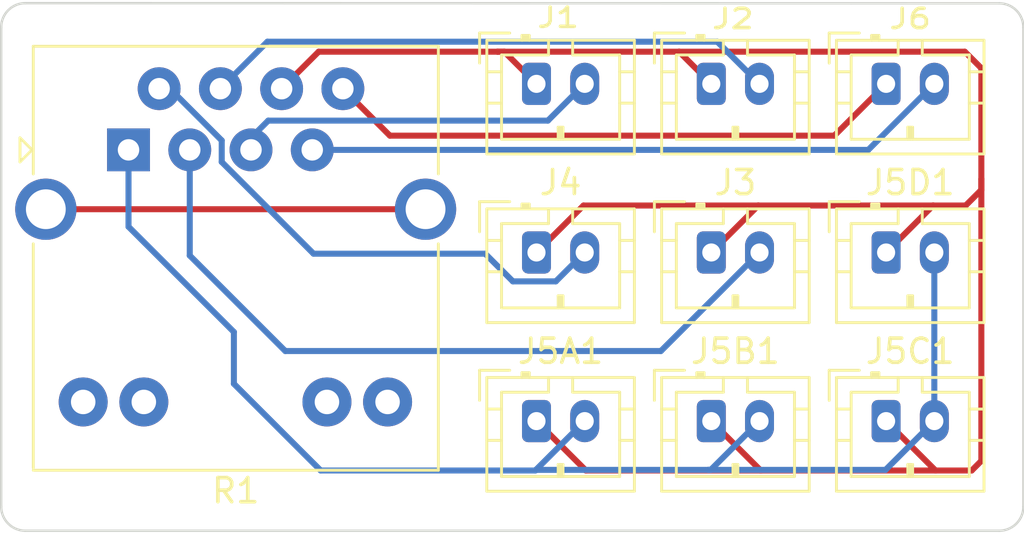
<source format=kicad_pcb>
(kicad_pcb (version 20211014) (generator pcbnew)
  (layers (0 "F.Cu" signal) (31 "B.Cu" signal) (34 "B.Paste" user) (35 "F.Paste" user) (36 "B.SilkS" user "B.Silkscreen") (37 "F.SilkS" user "F.Silkscreen") (38 "B.Mask" user) (39 "F.Mask" user) (44 "Edge.Cuts" user))
  (net 0 "")
  (net 1 "Net-(J5A1-Pad1)")
  (net 2 "Net-(J2-Pad2)")
  (net 3 "Net-(J3-Pad2)")
  (net 4 "Net-(J4-Pad2)")
  (net 5 "Net-(J5A1-Pad2)")
  (net 6 "Net-(J6-Pad1)")
  (net 7 "Net-(J6-Pad2)")
  (net 12 "unconnected-(R1-PadSH)")
  (net 13 "Net-(J1-Pad2)")
  (footprint "Connector_JST:JST_PH_B2B-PH-K_1x02_P2.00mm_Vertical" (layer "F.Cu") (at 90.9 44.15)
    (fp_text reference "J5D1" (at 1 -2.9) (layer "F.SilkS"))
    (fp_text value "Conn_01x02")
    (fp_line (start -0.3 -2.01) (end -0.6 -2.01) (layer "F.SilkS") (width 0.12))
    (fp_line (start 0.5 -1.2) (end -1.45 -1.2) (layer "F.SilkS") (width 0.12))
    (fp_line (start 4.06 -0.5) (end 3.45 -0.5) (layer "F.SilkS") (width 0.12))
    (fp_line (start -2.06 -0.5) (end -1.45 -0.5) (layer "F.SilkS") (width 0.12))
    (fp_line (start 4.06 0.8) (end 3.45 0.8) (layer "F.SilkS") (width 0.12))
    (fp_line (start -2.06 0.8) (end -1.45 0.8) (layer "F.SilkS") (width 0.12))
    (fp_line (start 3.45 2.3) (end 3.45 -1.2) (layer "F.SilkS") (width 0.12))
    (fp_line (start -2.36 -2.11) (end -2.36 -0.86) (layer "F.SilkS") (width 0.12))
    (fp_line (start -2.06 -1.81) (end -2.06 2.91) (layer "F.SilkS") (width 0.12))
    (fp_line (start -0.3 -1.91) (end -0.6 -1.91) (layer "F.SilkS") (width 0.12))
    (fp_line (start 0.9 1.8) (end 1.1 1.8) (layer "F.SilkS") (width 0.12))
    (fp_line (start 3.45 -1.2) (end 1.5 -1.2) (layer "F.SilkS") (width 0.12))
    (fp_line (start 4.06 2.91) (end 4.06 -1.81) (layer "F.SilkS") (width 0.12))
    (fp_line (start 1.5 -1.2) (end 1.5 -1.81) (layer "F.SilkS") (width 0.12))
    (fp_line (start 0.5 -1.81) (end 0.5 -1.2) (layer "F.SilkS") (width 0.12))
    (fp_line (start -2.06 2.91) (end 4.06 2.91) (layer "F.SilkS") (width 0.12))
    (fp_line (start 1.1 1.8) (end 1.1 2.3) (layer "F.SilkS") (width 0.12))
    (fp_line (start 0.9 2.3) (end 0.9 1.8) (layer "F.SilkS") (width 0.12))
    (fp_line (start -1.45 -1.2) (end -1.45 2.3) (layer "F.SilkS") (width 0.12))
    (fp_line (start -1.11 -2.11) (end -2.36 -2.11) (layer "F.SilkS") (width 0.12))
    (fp_line (start -0.6 -2.01) (end -0.6 -1.81) (layer "F.SilkS") (width 0.12))
    (fp_line (start 1 2.3) (end 1 1.8) (layer "F.SilkS") (width 0.12))
    (fp_line (start -0.3 -1.81) (end -0.3 -2.01) (layer "F.SilkS") (width 0.12))
    (fp_line (start -1.45 2.3) (end 3.45 2.3) (layer "F.SilkS") (width 0.12))
    (fp_line (start 4.06 -1.81) (end -2.06 -1.81) (layer "F.SilkS") (width 0.12))
    (pad "1" thru_hole roundrect (at 0 0) (size 1.2 1.75) (drill 0.75) (layers *.Cu *.Mask) (roundrect_rratio 0.208333) (net 1 "Net-(J5A1-Pad1)"))
    (pad "2" thru_hole oval (at 2 0) (size 1.2 1.75) (drill 0.75) (layers *.Cu *.Mask) (net 5 "Net-(J5A1-Pad2)"))
  )
  (footprint "Connector_JST:JST_PH_B2B-PH-K_1x02_P2.00mm_Vertical" (layer "F.Cu") (at 76.4 37.15)
    (fp_text reference "J1" (at 0.9 -2.75) (layer "F.SilkS") (effects (font (size 0.8 1))))
    (fp_text value "Conn_01x02")
    (fp_line (start -0.3 -1.91) (end -0.6 -1.91) (layer "F.SilkS") (width 0.12))
    (fp_line (start -2.06 -0.5) (end -1.45 -0.5) (layer "F.SilkS") (width 0.12))
    (fp_line (start -1.11 -2.11) (end -2.36 -2.11) (layer "F.SilkS") (width 0.12))
    (fp_line (start 3.45 2.3) (end 3.45 -1.2) (layer "F.SilkS") (width 0.12))
    (fp_line (start 0.5 -1.81) (end 0.5 -1.2) (layer "F.SilkS") (width 0.12))
    (fp_line (start -2.06 2.91) (end 4.06 2.91) (layer "F.SilkS") (width 0.12))
    (fp_line (start -1.45 -1.2) (end -1.45 2.3) (layer "F.SilkS") (width 0.12))
    (fp_line (start 4.06 -1.81) (end -2.06 -1.81) (layer "F.SilkS") (width 0.12))
    (fp_line (start 0.9 1.8) (end 1.1 1.8) (layer "F.SilkS") (width 0.12))
    (fp_line (start -1.45 2.3) (end 3.45 2.3) (layer "F.SilkS") (width 0.12))
    (fp_line (start 0.9 2.3) (end 0.9 1.8) (layer "F.SilkS") (width 0.12))
    (fp_line (start -2.36 -2.11) (end -2.36 -0.86) (layer "F.SilkS") (width 0.12))
    (fp_line (start 1 2.3) (end 1 1.8) (layer "F.SilkS") (width 0.12))
    (fp_line (start 3.45 -1.2) (end 1.5 -1.2) (layer "F.SilkS") (width 0.12))
    (fp_line (start -0.6 -2.01) (end -0.6 -1.81) (layer "F.SilkS") (width 0.12))
    (fp_line (start 1.5 -1.2) (end 1.5 -1.81) (layer "F.SilkS") (width 0.12))
    (fp_line (start 4.06 2.91) (end 4.06 -1.81) (layer "F.SilkS") (width 0.12))
    (fp_line (start -0.3 -1.81) (end -0.3 -2.01) (layer "F.SilkS") (width 0.12))
    (fp_line (start 1.1 1.8) (end 1.1 2.3) (layer "F.SilkS") (width 0.12))
    (fp_line (start 4.06 -0.5) (end 3.45 -0.5) (layer "F.SilkS") (width 0.12))
    (fp_line (start -2.06 0.8) (end -1.45 0.8) (layer "F.SilkS") (width 0.12))
    (fp_line (start 0.5 -1.2) (end -1.45 -1.2) (layer "F.SilkS") (width 0.12))
    (fp_line (start -0.3 -2.01) (end -0.6 -2.01) (layer "F.SilkS") (width 0.12))
    (fp_line (start -2.06 -1.81) (end -2.06 2.91) (layer "F.SilkS") (width 0.12))
    (fp_line (start 4.06 0.8) (end 3.45 0.8) (layer "F.SilkS") (width 0.12))
    (pad "1" thru_hole roundrect (at 0 0) (size 1.2 1.75) (drill 0.75) (layers *.Cu *.Mask) (roundrect_rratio 0.208333) (net 1 "Net-(J5A1-Pad1)"))
    (pad "2" thru_hole oval (at 2 0) (size 1.2 1.75) (drill 0.75) (layers *.Cu *.Mask) (net 13 "Net-(J1-Pad2)"))
  )
  (footprint "Connector_JST:JST_PH_B2B-PH-K_1x02_P2.00mm_Vertical" (layer "F.Cu") (at 76.4 51.15)
    (fp_text reference "J5A1" (at 1 -2.9) (layer "F.SilkS"))
    (fp_text value "Conn_01x02")
    (fp_line (start -1.11 -2.11) (end -2.36 -2.11) (layer "F.SilkS") (width 0.12))
    (fp_line (start 0.5 -1.81) (end 0.5 -1.2) (layer "F.SilkS") (width 0.12))
    (fp_line (start -2.06 2.91) (end 4.06 2.91) (layer "F.SilkS") (width 0.12))
    (fp_line (start 1 2.3) (end 1 1.8) (layer "F.SilkS") (width 0.12))
    (fp_line (start 1.1 1.8) (end 1.1 2.3) (layer "F.SilkS") (width 0.12))
    (fp_line (start -2.06 -1.81) (end -2.06 2.91) (layer "F.SilkS") (width 0.12))
    (fp_line (start -2.36 -2.11) (end -2.36 -0.86) (layer "F.SilkS") (width 0.12))
    (fp_line (start -0.3 -1.91) (end -0.6 -1.91) (layer "F.SilkS") (width 0.12))
    (fp_line (start 4.06 -0.5) (end 3.45 -0.5) (layer "F.SilkS") (width 0.12))
    (fp_line (start 4.06 -1.81) (end -2.06 -1.81) (layer "F.SilkS") (width 0.12))
    (fp_line (start -2.06 -0.5) (end -1.45 -0.5) (layer "F.SilkS") (width 0.12))
    (fp_line (start 3.45 2.3) (end 3.45 -1.2) (layer "F.SilkS") (width 0.12))
    (fp_line (start 0.9 1.8) (end 1.1 1.8) (layer "F.SilkS") (width 0.12))
    (fp_line (start 4.06 2.91) (end 4.06 -1.81) (layer "F.SilkS") (width 0.12))
    (fp_line (start 0.9 2.3) (end 0.9 1.8) (layer "F.SilkS") (width 0.12))
    (fp_line (start 1.5 -1.2) (end 1.5 -1.81) (layer "F.SilkS") (width 0.12))
    (fp_line (start -1.45 -1.2) (end -1.45 2.3) (layer "F.SilkS") (width 0.12))
    (fp_line (start 4.06 0.8) (end 3.45 0.8) (layer "F.SilkS") (width 0.12))
    (fp_line (start -2.06 0.8) (end -1.45 0.8) (layer "F.SilkS") (width 0.12))
    (fp_line (start -0.3 -1.81) (end -0.3 -2.01) (layer "F.SilkS") (width 0.12))
    (fp_line (start -0.3 -2.01) (end -0.6 -2.01) (layer "F.SilkS") (width 0.12))
    (fp_line (start -1.45 2.3) (end 3.45 2.3) (layer "F.SilkS") (width 0.12))
    (fp_line (start 0.5 -1.2) (end -1.45 -1.2) (layer "F.SilkS") (width 0.12))
    (fp_line (start -0.6 -2.01) (end -0.6 -1.81) (layer "F.SilkS") (width 0.12))
    (fp_line (start 3.45 -1.2) (end 1.5 -1.2) (layer "F.SilkS") (width 0.12))
    (pad "1" thru_hole roundrect (at 0 0) (size 1.2 1.75) (drill 0.75) (layers *.Cu *.Mask) (roundrect_rratio 0.208333) (net 1 "Net-(J5A1-Pad1)"))
    (pad "2" thru_hole oval (at 2 0) (size 1.2 1.75) (drill 0.75) (layers *.Cu *.Mask) (net 5 "Net-(J5A1-Pad2)"))
  )
  (footprint "Connector_RJ:RJ45_BEL_SS74301-00x_Vertical" (layer "F.Cu") (at 59.48 39.89)
    (fp_text reference "R1" (at 4.445 14.15) (layer "F.SilkS"))
    (fp_text value "RJ45")
    (fp_line (start -3.95 -4.3) (end -3.95 1) (layer "F.SilkS") (width 0.12))
    (fp_line (start -4.5 -0.5) (end -4.5 0.5) (layer "F.SilkS") (width 0.12))
    (fp_line (start -3.95 13.3) (end 12.85 13.3) (layer "F.SilkS") (width 0.12))
    (fp_line (start 12.85 -4.3) (end 12.85 1) (layer "F.SilkS") (width 0.12))
    (fp_line (start 12.85 13.3) (end 12.85 3.9) (layer "F.SilkS") (width 0.12))
    (fp_line (start -3.95 -4.3) (end 12.85 -4.3) (layer "F.SilkS") (width 0.12))
    (fp_line (start -4 0) (end -4.5 -0.5) (layer "F.SilkS") (width 0.12))
    (fp_line (start -4.5 0.5) (end -4 0) (layer "F.SilkS") (width 0.12))
    (fp_line (start -3.95 13.2) (end -3.95 3.9) (layer "F.SilkS") (width 0.12))
    (pad "" np_thru_hole circle (at -1.27 6.35) (size 3.2512 3.2512) (drill 3.2512) (layers *.Cu *.Mask))
    (pad "" np_thru_hole circle (at 10.16 6.35) (size 3.2512 3.2512) (drill 3.2512) (layers *.Cu *.Mask))
    (pad "1" thru_hole rect (at 0 0) (size 1.778 1.778) (drill 0.889) (layers *.Cu *.Mask) (net 5 "Net-(J5A1-Pad2)"))
    (pad "2" thru_hole circle (at 1.27 -2.54) (size 1.778 1.778) (drill 0.889) (layers *.Cu *.Mask) (net 4 "Net-(J4-Pad2)"))
    (pad "3" thru_hole circle (at 2.54 0) (size 1.778 1.778) (drill 0.889) (layers *.Cu *.Mask) (net 3 "Net-(J3-Pad2)"))
    (pad "4" thru_hole circle (at 3.81 -2.54) (size 1.778 1.778) (drill 0.889) (layers *.Cu *.Mask) (net 2 "Net-(J2-Pad2)"))
    (pad "5" thru_hole circle (at 5.08 0) (size 1.778 1.778) (drill 0.889) (layers *.Cu *.Mask) (net 13 "Net-(J1-Pad2)"))
    (pad "6" thru_hole circle (at 6.35 -2.54) (size 1.778 1.778) (drill 0.889) (layers *.Cu *.Mask) (net 1 "Net-(J5A1-Pad1)"))
    (pad "7" thru_hole circle (at 7.62 0) (size 1.778 1.778) (drill 0.889) (layers *.Cu *.Mask) (net 7 "Net-(J6-Pad2)"))
    (pad "8" thru_hole circle (at 8.89 -2.54) (size 1.778 1.778) (drill 0.889) (layers *.Cu *.Mask) (net 6 "Net-(J6-Pad1)"))
    (pad "9" thru_hole circle (at 10.7442 10.4648) (size 2.032 2.032) (drill 1.016) (layers *.Cu *.Mask))
    (pad "10" thru_hole circle (at 8.2296 10.4648) (size 2.032 2.032) (drill 1.016) (layers *.Cu *.Mask))
    (pad "11" thru_hole circle (at 0.635 10.4648) (size 2.032 2.032) (drill 1.016) (layers *.Cu *.Mask))
    (pad "12" thru_hole circle (at -1.8796 10.4648) (size 2.032 2.032) (drill 1.016) (layers *.Cu *.Mask))
    (pad "SH" thru_hole circle (at -3.429 2.4638) (size 2.54 2.54) (drill 1.651) (layers *.Cu *.Mask) (net 12 "unconnected-(R1-PadSH)"))
    (pad "SH" thru_hole circle (at 12.319 2.4638) (size 2.54 2.54) (drill 1.651) (layers *.Cu *.Mask) (net 12 "unconnected-(R1-PadSH)"))
  )
  (footprint "Connector_JST:JST_PH_B2B-PH-K_1x02_P2.00mm_Vertical" (layer "F.Cu") (at 76.4 44.15)
    (fp_text reference "J4" (at 1 -2.9) (layer "F.SilkS"))
    (fp_text value "Conn_01x02")
    (fp_line (start -2.06 -1.81) (end -2.06 2.91) (layer "F.SilkS") (width 0.12))
    (fp_line (start -0.3 -1.81) (end -0.3 -2.01) (layer "F.SilkS") (width 0.12))
    (fp_line (start 0.9 2.3) (end 0.9 1.8) (layer "F.SilkS") (width 0.12))
    (fp_line (start -0.3 -2.01) (end -0.6 -2.01) (layer "F.SilkS") (width 0.12))
    (fp_line (start 3.45 2.3) (end 3.45 -1.2) (layer "F.SilkS") (width 0.12))
    (fp_line (start -2.06 -0.5) (end -1.45 -0.5) (layer "F.SilkS") (width 0.12))
    (fp_line (start 4.06 2.91) (end 4.06 -1.81) (layer "F.SilkS") (width 0.12))
    (fp_line (start -2.36 -2.11) (end -2.36 -0.86) (layer "F.SilkS") (width 0.12))
    (fp_line (start 1 2.3) (end 1 1.8) (layer "F.SilkS") (width 0.12))
    (fp_line (start 0.5 -1.2) (end -1.45 -1.2) (layer "F.SilkS") (width 0.12))
    (fp_line (start -1.45 2.3) (end 3.45 2.3) (layer "F.SilkS") (width 0.12))
    (fp_line (start -0.3 -1.91) (end -0.6 -1.91) (layer "F.SilkS") (width 0.12))
    (fp_line (start 1.1 1.8) (end 1.1 2.3) (layer "F.SilkS") (width 0.12))
    (fp_line (start -1.45 -1.2) (end -1.45 2.3) (layer "F.SilkS") (width 0.12))
    (fp_line (start 4.06 -1.81) (end -2.06 -1.81) (layer "F.SilkS") (width 0.12))
    (fp_line (start -1.11 -2.11) (end -2.36 -2.11) (layer "F.SilkS") (width 0.12))
    (fp_line (start 1.5 -1.2) (end 1.5 -1.81) (layer "F.SilkS") (width 0.12))
    (fp_line (start 0.5 -1.81) (end 0.5 -1.2) (layer "F.SilkS") (width 0.12))
    (fp_line (start 3.45 -1.2) (end 1.5 -1.2) (layer "F.SilkS") (width 0.12))
    (fp_line (start -2.06 0.8) (end -1.45 0.8) (layer "F.SilkS") (width 0.12))
    (fp_line (start 4.06 0.8) (end 3.45 0.8) (layer "F.SilkS") (width 0.12))
    (fp_line (start -2.06 2.91) (end 4.06 2.91) (layer "F.SilkS") (width 0.12))
    (fp_line (start 4.06 -0.5) (end 3.45 -0.5) (layer "F.SilkS") (width 0.12))
    (fp_line (start -0.6 -2.01) (end -0.6 -1.81) (layer "F.SilkS") (width 0.12))
    (fp_line (start 0.9 1.8) (end 1.1 1.8) (layer "F.SilkS") (width 0.12))
    (pad "1" thru_hole roundrect (at 0 0) (size 1.2 1.75) (drill 0.75) (layers *.Cu *.Mask) (roundrect_rratio 0.208333) (net 1 "Net-(J5A1-Pad1)"))
    (pad "2" thru_hole oval (at 2 0) (size 1.2 1.75) (drill 0.75) (layers *.Cu *.Mask) (net 4 "Net-(J4-Pad2)"))
  )
  (footprint "Connector_JST:JST_PH_B2B-PH-K_1x02_P2.00mm_Vertical" (layer "F.Cu") (at 90.9 37.15)
    (fp_text reference "J6" (at 1 -2.7) (layer "F.SilkS") (effects (font (size 0.8 1))))
    (fp_text value "Conn_01x02")
    (fp_line (start -1.45 2.3) (end 3.45 2.3) (layer "F.SilkS") (width 0.12))
    (fp_line (start -2.06 2.91) (end 4.06 2.91) (layer "F.SilkS") (width 0.12))
    (fp_line (start -2.36 -2.11) (end -2.36 -0.86) (layer "F.SilkS") (width 0.12))
    (fp_line (start -0.3 -1.81) (end -0.3 -2.01) (layer "F.SilkS") (width 0.12))
    (fp_line (start -2.06 -0.5) (end -1.45 -0.5) (layer "F.SilkS") (width 0.12))
    (fp_line (start 3.45 2.3) (end 3.45 -1.2) (layer "F.SilkS") (width 0.12))
    (fp_line (start -1.11 -2.11) (end -2.36 -2.11) (layer "F.SilkS") (width 0.12))
    (fp_line (start -0.6 -2.01) (end -0.6 -1.81) (layer "F.SilkS") (width 0.12))
    (fp_line (start 1.1 1.8) (end 1.1 2.3) (layer "F.SilkS") (width 0.12))
    (fp_line (start 1.5 -1.2) (end 1.5 -1.81) (layer "F.SilkS") (width 0.12))
    (fp_line (start 0.5 -1.81) (end 0.5 -1.2) (layer "F.SilkS") (width 0.12))
    (fp_line (start 4.06 -1.81) (end -2.06 -1.81) (layer "F.SilkS") (width 0.12))
    (fp_line (start 0.9 1.8) (end 1.1 1.8) (layer "F.SilkS") (width 0.12))
    (fp_line (start -0.3 -2.01) (end -0.6 -2.01) (layer "F.SilkS") (width 0.12))
    (fp_line (start 0.5 -1.2) (end -1.45 -1.2) (layer "F.SilkS") (width 0.12))
    (fp_line (start 0.9 2.3) (end 0.9 1.8) (layer "F.SilkS") (width 0.12))
    (fp_line (start -0.3 -1.91) (end -0.6 -1.91) (layer "F.SilkS") (width 0.12))
    (fp_line (start -2.06 0.8) (end -1.45 0.8) (layer "F.SilkS") (width 0.12))
    (fp_line (start 1 2.3) (end 1 1.8) (layer "F.SilkS") (width 0.12))
    (fp_line (start -1.45 -1.2) (end -1.45 2.3) (layer "F.SilkS") (width 0.12))
    (fp_line (start 3.45 -1.2) (end 1.5 -1.2) (layer "F.SilkS") (width 0.12))
    (fp_line (start -2.06 -1.81) (end -2.06 2.91) (layer "F.SilkS") (width 0.12))
    (fp_line (start 4.06 0.8) (end 3.45 0.8) (layer "F.SilkS") (width 0.12))
    (fp_line (start 4.06 -0.5) (end 3.45 -0.5) (layer "F.SilkS") (width 0.12))
    (fp_line (start 4.06 2.91) (end 4.06 -1.81) (layer "F.SilkS") (width 0.12))
    (pad "1" thru_hole roundrect (at 0 0) (size 1.2 1.75) (drill 0.75) (layers *.Cu *.Mask) (roundrect_rratio 0.208333) (net 6 "Net-(J6-Pad1)"))
    (pad "2" thru_hole oval (at 2 0) (size 1.2 1.75) (drill 0.75) (layers *.Cu *.Mask) (net 7 "Net-(J6-Pad2)"))
  )
  (footprint "Connector_JST:JST_PH_B2B-PH-K_1x02_P2.00mm_Vertical" (layer "F.Cu") (at 83.65 37.15)
    (fp_text reference "J2" (at 0.9 -2.7) (layer "F.SilkS") (effects (font (size 0.8 1))))
    (fp_text value "Conn_01x02")
    (fp_line (start 4.06 -1.81) (end -2.06 -1.81) (layer "F.SilkS") (width 0.12))
    (fp_line (start 1 2.3) (end 1 1.8) (layer "F.SilkS") (width 0.12))
    (fp_line (start -1.11 -2.11) (end -2.36 -2.11) (layer "F.SilkS") (width 0.12))
    (fp_line (start -2.06 2.91) (end 4.06 2.91) (layer "F.SilkS") (width 0.12))
    (fp_line (start 0.5 -1.81) (end 0.5 -1.2) (layer "F.SilkS") (width 0.12))
    (fp_line (start 3.45 2.3) (end 3.45 -1.2) (layer "F.SilkS") (width 0.12))
    (fp_line (start -2.06 0.8) (end -1.45 0.8) (layer "F.SilkS") (width 0.12))
    (fp_line (start 4.06 0.8) (end 3.45 0.8) (layer "F.SilkS") (width 0.12))
    (fp_line (start 0.9 1.8) (end 1.1 1.8) (layer "F.SilkS") (width 0.12))
    (fp_line (start -0.3 -2.01) (end -0.6 -2.01) (layer "F.SilkS") (width 0.12))
    (fp_line (start -2.06 -0.5) (end -1.45 -0.5) (layer "F.SilkS") (width 0.12))
    (fp_line (start 4.06 2.91) (end 4.06 -1.81) (layer "F.SilkS") (width 0.12))
    (fp_line (start -2.36 -2.11) (end -2.36 -0.86) (layer "F.SilkS") (width 0.12))
    (fp_line (start 4.06 -0.5) (end 3.45 -0.5) (layer "F.SilkS") (width 0.12))
    (fp_line (start -0.6 -2.01) (end -0.6 -1.81) (layer "F.SilkS") (width 0.12))
    (fp_line (start 0.9 2.3) (end 0.9 1.8) (layer "F.SilkS") (width 0.12))
    (fp_line (start -0.3 -1.81) (end -0.3 -2.01) (layer "F.SilkS") (width 0.12))
    (fp_line (start 1.5 -1.2) (end 1.5 -1.81) (layer "F.SilkS") (width 0.12))
    (fp_line (start 1.1 1.8) (end 1.1 2.3) (layer "F.SilkS") (width 0.12))
    (fp_line (start -0.3 -1.91) (end -0.6 -1.91) (layer "F.SilkS") (width 0.12))
    (fp_line (start -1.45 2.3) (end 3.45 2.3) (layer "F.SilkS") (width 0.12))
    (fp_line (start -2.06 -1.81) (end -2.06 2.91) (layer "F.SilkS") (width 0.12))
    (fp_line (start 3.45 -1.2) (end 1.5 -1.2) (layer "F.SilkS") (width 0.12))
    (fp_line (start -1.45 -1.2) (end -1.45 2.3) (layer "F.SilkS") (width 0.12))
    (fp_line (start 0.5 -1.2) (end -1.45 -1.2) (layer "F.SilkS") (width 0.12))
    (pad "1" thru_hole roundrect (at 0 0) (size 1.2 1.75) (drill 0.75) (layers *.Cu *.Mask) (roundrect_rratio 0.208333) (net 1 "Net-(J5A1-Pad1)"))
    (pad "2" thru_hole oval (at 2 0) (size 1.2 1.75) (drill 0.75) (layers *.Cu *.Mask) (net 2 "Net-(J2-Pad2)"))
  )
  (footprint "Connector_JST:JST_PH_B2B-PH-K_1x02_P2.00mm_Vertical" (layer "F.Cu") (at 83.65 44.15)
    (fp_text reference "J3" (at 1 -2.9) (layer "F.SilkS"))
    (fp_text value "Conn_01x02")
    (fp_line (start 3.45 2.3) (end 3.45 -1.2) (layer "F.SilkS") (width 0.12))
    (fp_line (start 3.45 -1.2) (end 1.5 -1.2) (layer "F.SilkS") (width 0.12))
    (fp_line (start -1.45 2.3) (end 3.45 2.3) (layer "F.SilkS") (width 0.12))
    (fp_line (start 0.5 -1.81) (end 0.5 -1.2) (layer "F.SilkS") (width 0.12))
    (fp_line (start -2.06 -0.5) (end -1.45 -0.5) (layer "F.SilkS") (width 0.12))
    (fp_line (start -0.3 -1.81) (end -0.3 -2.01) (layer "F.SilkS") (width 0.12))
    (fp_line (start 4.06 2.91) (end 4.06 -1.81) (layer "F.SilkS") (width 0.12))
    (fp_line (start -1.11 -2.11) (end -2.36 -2.11) (layer "F.SilkS") (width 0.12))
    (fp_line (start -0.3 -2.01) (end -0.6 -2.01) (layer "F.SilkS") (width 0.12))
    (fp_line (start 1.5 -1.2) (end 1.5 -1.81) (layer "F.SilkS") (width 0.12))
    (fp_line (start 1.1 1.8) (end 1.1 2.3) (layer "F.SilkS") (width 0.12))
    (fp_line (start -1.45 -1.2) (end -1.45 2.3) (layer "F.SilkS") (width 0.12))
    (fp_line (start 0.5 -1.2) (end -1.45 -1.2) (layer "F.SilkS") (width 0.12))
    (fp_line (start 1 2.3) (end 1 1.8) (layer "F.SilkS") (width 0.12))
    (fp_line (start 0.9 2.3) (end 0.9 1.8) (layer "F.SilkS") (width 0.12))
    (fp_line (start 4.06 0.8) (end 3.45 0.8) (layer "F.SilkS") (width 0.12))
    (fp_line (start -2.36 -2.11) (end -2.36 -0.86) (layer "F.SilkS") (width 0.12))
    (fp_line (start 4.06 -0.5) (end 3.45 -0.5) (layer "F.SilkS") (width 0.12))
    (fp_line (start -0.3 -1.91) (end -0.6 -1.91) (layer "F.SilkS") (width 0.12))
    (fp_line (start -2.06 2.91) (end 4.06 2.91) (layer "F.SilkS") (width 0.12))
    (fp_line (start -0.6 -2.01) (end -0.6 -1.81) (layer "F.SilkS") (width 0.12))
    (fp_line (start 0.9 1.8) (end 1.1 1.8) (layer "F.SilkS") (width 0.12))
    (fp_line (start 4.06 -1.81) (end -2.06 -1.81) (layer "F.SilkS") (width 0.12))
    (fp_line (start -2.06 -1.81) (end -2.06 2.91) (layer "F.SilkS") (width 0.12))
    (fp_line (start -2.06 0.8) (end -1.45 0.8) (layer "F.SilkS") (width 0.12))
    (pad "1" thru_hole roundrect (at 0 0) (size 1.2 1.75) (drill 0.75) (layers *.Cu *.Mask) (roundrect_rratio 0.208333) (net 1 "Net-(J5A1-Pad1)"))
    (pad "2" thru_hole oval (at 2 0) (size 1.2 1.75) (drill 0.75) (layers *.Cu *.Mask) (net 3 "Net-(J3-Pad2)"))
  )
  (footprint "Connector_JST:JST_PH_B2B-PH-K_1x02_P2.00mm_Vertical" (layer "F.Cu") (at 83.65 51.15)
    (fp_text reference "J5B1" (at 1 -2.9) (layer "F.SilkS"))
    (fp_text value "Conn_01x02")
    (fp_line (start 0.9 2.3) (end 0.9 1.8) (layer "F.SilkS") (width 0.12))
    (fp_line (start -2.36 -2.11) (end -2.36 -0.86) (layer "F.SilkS") (width 0.12))
    (fp_line (start -0.3 -1.81) (end -0.3 -2.01) (layer "F.SilkS") (width 0.12))
    (fp_line (start 3.45 2.3) (end 3.45 -1.2) (layer "F.SilkS") (width 0.12))
    (fp_line (start 3.45 -1.2) (end 1.5 -1.2) (layer "F.SilkS") (width 0.12))
    (fp_line (start 1.1 1.8) (end 1.1 2.3) (layer "F.SilkS") (width 0.12))
    (fp_line (start -1.45 -1.2) (end -1.45 2.3) (layer "F.SilkS") (width 0.12))
    (fp_line (start 0.5 -1.2) (end -1.45 -1.2) (layer "F.SilkS") (width 0.12))
    (fp_line (start -0.3 -1.91) (end -0.6 -1.91) (layer "F.SilkS") (width 0.12))
    (fp_line (start -0.3 -2.01) (end -0.6 -2.01) (layer "F.SilkS") (width 0.12))
    (fp_line (start -1.45 2.3) (end 3.45 2.3) (layer "F.SilkS") (width 0.12))
    (fp_line (start 4.06 2.91) (end 4.06 -1.81) (layer "F.SilkS") (width 0.12))
    (fp_line (start -1.11 -2.11) (end -2.36 -2.11) (layer "F.SilkS") (width 0.12))
    (fp_line (start -2.06 2.91) (end 4.06 2.91) (layer "F.SilkS") (width 0.12))
    (fp_line (start 4.06 -0.5) (end 3.45 -0.5) (layer "F.SilkS") (width 0.12))
    (fp_line (start -2.06 0.8) (end -1.45 0.8) (layer "F.SilkS") (width 0.12))
    (fp_line (start -2.06 -0.5) (end -1.45 -0.5) (layer "F.SilkS") (width 0.12))
    (fp_line (start 0.5 -1.81) (end 0.5 -1.2) (layer "F.SilkS") (width 0.12))
    (fp_line (start 4.06 -1.81) (end -2.06 -1.81) (layer "F.SilkS") (width 0.12))
    (fp_line (start 0.9 1.8) (end 1.1 1.8) (layer "F.SilkS") (width 0.12))
    (fp_line (start 1.5 -1.2) (end 1.5 -1.81) (layer "F.SilkS") (width 0.12))
    (fp_line (start -0.6 -2.01) (end -0.6 -1.81) (layer "F.SilkS") (width 0.12))
    (fp_line (start -2.06 -1.81) (end -2.06 2.91) (layer "F.SilkS") (width 0.12))
    (fp_line (start 1 2.3) (end 1 1.8) (layer "F.SilkS") (width 0.12))
    (fp_line (start 4.06 0.8) (end 3.45 0.8) (layer "F.SilkS") (width 0.12))
    (pad "1" thru_hole roundrect (at 0 0) (size 1.2 1.75) (drill 0.75) (layers *.Cu *.Mask) (roundrect_rratio 0.208333) (net 1 "Net-(J5A1-Pad1)"))
    (pad "2" thru_hole oval (at 2 0) (size 1.2 1.75) (drill 0.75) (layers *.Cu *.Mask) (net 5 "Net-(J5A1-Pad2)"))
  )
  (footprint "Connector_JST:JST_PH_B2B-PH-K_1x02_P2.00mm_Vertical" (layer "F.Cu") (at 90.9 51.15)
    (fp_text reference "J5C1" (at 1 -2.9) (layer "F.SilkS"))
    (fp_text value "Conn_01x02")
    (fp_line (start -0.3 -2.01) (end -0.6 -2.01) (layer "F.SilkS") (width 0.12))
    (fp_line (start -0.6 -2.01) (end -0.6 -1.81) (layer "F.SilkS") (width 0.12))
    (fp_line (start 1.5 -1.2) (end 1.5 -1.81) (layer "F.SilkS") (width 0.12))
    (fp_line (start -2.06 -1.81) (end -2.06 2.91) (layer "F.SilkS") (width 0.12))
    (fp_line (start 1.1 1.8) (end 1.1 2.3) (layer "F.SilkS") (width 0.12))
    (fp_line (start -1.45 -1.2) (end -1.45 2.3) (layer "F.SilkS") (width 0.12))
    (fp_line (start -2.36 -2.11) (end -2.36 -0.86) (layer "F.SilkS") (width 0.12))
    (fp_line (start 1 2.3) (end 1 1.8) (layer "F.SilkS") (width 0.12))
    (fp_line (start -2.06 0.8) (end -1.45 0.8) (layer "F.SilkS") (width 0.12))
    (fp_line (start 4.06 -0.5) (end 3.45 -0.5) (layer "F.SilkS") (width 0.12))
    (fp_line (start -2.06 -0.5) (end -1.45 -0.5) (layer "F.SilkS") (width 0.12))
    (fp_line (start -1.11 -2.11) (end -2.36 -2.11) (layer "F.SilkS") (width 0.12))
    (fp_line (start 4.06 0.8) (end 3.45 0.8) (layer "F.SilkS") (width 0.12))
    (fp_line (start -1.45 2.3) (end 3.45 2.3) (layer "F.SilkS") (width 0.12))
    (fp_line (start -0.3 -1.91) (end -0.6 -1.91) (layer "F.SilkS") (width 0.12))
    (fp_line (start -0.3 -1.81) (end -0.3 -2.01) (layer "F.SilkS") (width 0.12))
    (fp_line (start 3.45 2.3) (end 3.45 -1.2) (layer "F.SilkS") (width 0.12))
    (fp_line (start 0.5 -1.2) (end -1.45 -1.2) (layer "F.SilkS") (width 0.12))
    (fp_line (start 0.9 1.8) (end 1.1 1.8) (layer "F.SilkS") (width 0.12))
    (fp_line (start 4.06 -1.81) (end -2.06 -1.81) (layer "F.SilkS") (width 0.12))
    (fp_line (start 4.06 2.91) (end 4.06 -1.81) (layer "F.SilkS") (width 0.12))
    (fp_line (start 0.9 2.3) (end 0.9 1.8) (layer "F.SilkS") (width 0.12))
    (fp_line (start -2.06 2.91) (end 4.06 2.91) (layer "F.SilkS") (width 0.12))
    (fp_line (start 0.5 -1.81) (end 0.5 -1.2) (layer "F.SilkS") (width 0.12))
    (fp_line (start 3.45 -1.2) (end 1.5 -1.2) (layer "F.SilkS") (width 0.12))
    (pad "1" thru_hole roundrect (at 0 0) (size 1.2 1.75) (drill 0.75) (layers *.Cu *.Mask) (roundrect_rratio 0.208333) (net 1 "Net-(J5A1-Pad1)"))
    (pad "2" thru_hole oval (at 2 0) (size 1.2 1.75) (drill 0.75) (layers *.Cu *.Mask) (net 5 "Net-(J5A1-Pad2)"))
  )
  (gr_arc (start 55.2 55.7) (mid 54.492893 55.407107) (end 54.2 54.7) (layer "Edge.Cuts") (width 0.1))
  (gr_line (start 54.2 34.8) (end 54.2 54.7) (layer "Edge.Cuts") (width 0.1))
  (gr_line (start 95.592893 55.7) (end 55.2 55.7) (layer "Edge.Cuts") (width 0.1))
  (gr_line (start 95.592893 33.807107) (end 55.2 33.8) (layer "Edge.Cuts") (width 0.1))
  (gr_arc (start 54.2 34.8) (mid 54.492893 34.092893) (end 55.2 33.8) (layer "Edge.Cuts") (width 0.1))
  (gr_arc (start 95.592893 33.807107) (mid 96.3 34.1) (end 96.592893 34.807107) (layer "Edge.Cuts") (width 0.1))
  (gr_line (start 96.592893 54.7) (end 96.592893 34.807107) (layer "Edge.Cuts") (width 0.1))
  (gr_arc (start 96.592893 54.7) (mid 96.3 55.407107) (end 95.592893 55.7) (layer "Edge.Cuts") (width 0.1))
  (segment (start 94.85 41.1) (end 94.85 41.55) (width 0.25) (layer "F.Cu") (net 1))
  (segment (start 92.85 42.2) (end 85.6 42.2) (width 0.25) (layer "F.Cu") (net 1))
  (segment (start 67.364966 35.815034) (end 74.784966 35.815034) (width 0.25) (layer "F.Cu") (net 1))
  (segment (start 78.35 42.2) (end 76.4 44.15) (width 0.25) (layer "F.Cu") (net 1))
  (segment (start 92.95 53.2) (end 90.9 51.15) (width 0.25) (layer "F.Cu") (net 1))
  (segment (start 94.45 53.2) (end 92.95 53.2) (width 0.25) (layer "F.Cu") (net 1))
  (segment (start 94.85 36.5) (end 94.85 41.1) (width 0.25) (layer "F.Cu") (net 1))
  (segment (start 92.85 42.2) (end 90.9 44.15) (width 0.25) (layer "F.Cu") (net 1))
  (segment (start 78.45 53.2) (end 76.4 51.15) (width 0.25) (layer "F.Cu") (net 1))
  (segment (start 74.784966 35.815034) (end 82.315034 35.815034) (width 0.25) (layer "F.Cu") (net 1))
  (segment (start 74.784966 35.815034) (end 75.065034 35.815034) (width 0.25) (layer "F.Cu") (net 1))
  (segment (start 94.85 41.1) (end 94.85 52.8) (width 0.25) (layer "F.Cu") (net 1))
  (segment (start 85.6 42.2) (end 78.35 42.2) (width 0.25) (layer "F.Cu") (net 1))
  (segment (start 94.2 42.2) (end 92.85 42.2) (width 0.25) (layer "F.Cu") (net 1))
  (segment (start 65.83 37.35) (end 67.364966 35.815034) (width 0.25) (layer "F.Cu") (net 1))
  (segment (start 94.165034 35.815034) (end 94.85 36.5) (width 0.25) (layer "F.Cu") (net 1))
  (segment (start 85.7 53.2) (end 78.45 53.2) (width 0.25) (layer "F.Cu") (net 1))
  (segment (start 85.7 53.2) (end 83.65 51.15) (width 0.25) (layer "F.Cu") (net 1))
  (segment (start 75.065034 35.815034) (end 76.4 37.15) (width 0.25) (layer "F.Cu") (net 1))
  (segment (start 92.95 53.2) (end 85.7 53.2) (width 0.25) (layer "F.Cu") (net 1))
  (segment (start 82.315034 35.815034) (end 83.65 37.15) (width 0.25) (layer "F.Cu") (net 1))
  (segment (start 85.6 42.2) (end 83.65 44.15) (width 0.25) (layer "F.Cu") (net 1))
  (segment (start 94.85 52.8) (end 94.45 53.2) (width 0.25) (layer "F.Cu") (net 1))
  (segment (start 82.315034 35.815034) (end 94.165034 35.815034) (width 0.25) (layer "F.Cu") (net 1))
  (segment (start 94.85 41.55) (end 94.2 42.2) (width 0.25) (layer "F.Cu") (net 1))
  (segment (start 63.29 37.35) (end 65.24 35.4) (width 0.25) (layer "B.Cu") (net 2))
  (segment (start 65.24 35.4) (end 83.9 35.4) (width 0.25) (layer "B.Cu") (net 2))
  (segment (start 83.9 35.4) (end 85.65 37.15) (width 0.25) (layer "B.Cu") (net 2))
  (segment (start 81.559399 48.240601) (end 85.65 44.15) (width 0.25) (layer "B.Cu") (net 3))
  (segment (start 65.982048 48.240601) (end 81.559399 48.240601) (width 0.25) (layer "B.Cu") (net 3))
  (segment (start 62.02 44.278553) (end 65.982048 48.240601) (width 0.25) (layer "B.Cu") (net 3))
  (segment (start 62.02 39.89) (end 62.02 44.278553) (width 0.25) (layer "B.Cu") (net 3))
  (segment (start 74.272109 44.2) (end 75.422109 45.35) (width 0.25) (layer "B.Cu") (net 4))
  (segment (start 77.2 45.35) (end 78.4 44.15) (width 0.25) (layer "B.Cu") (net 4))
  (segment (start 67.153144 44.2) (end 74.272109 44.2) (width 0.25) (layer "B.Cu") (net 4))
  (segment (start 61.196856 37.35) (end 63.346 39.499144) (width 0.25) (layer "B.Cu") (net 4))
  (segment (start 63.346 40.392856) (end 67.153144 44.2) (width 0.25) (layer "B.Cu") (net 4))
  (segment (start 60.75 37.35) (end 61.196856 37.35) (width 0.25) (layer "B.Cu") (net 4))
  (segment (start 75.422109 45.35) (end 77.2 45.35) (width 0.25) (layer "B.Cu") (net 4))
  (segment (start 63.346 39.499144) (end 63.346 40.392856) (width 0.25) (layer "B.Cu") (net 4))
  (segment (start 59.48 43.08) (end 63.85 47.45) (width 0.25) (layer "B.Cu") (net 5))
  (segment (start 83.525 53.175) (end 83.625 53.175) (width 0.25) (layer "B.Cu") (net 5))
  (segment (start 63.85 47.45) (end 63.85 49.6) (width 0.25) (layer "B.Cu") (net 5))
  (segment (start 83.625 53.175) (end 85.65 51.15) (width 0.25) (layer "B.Cu") (net 5))
  (segment (start 90.875 53.175) (end 92.9 51.15) (width 0.25) (layer "B.Cu") (net 5))
  (segment (start 76.35 53.2) (end 76.375 53.175) (width 0.25) (layer "B.Cu") (net 5))
  (segment (start 67.45 53.2) (end 76.35 53.2) (width 0.25) (layer "B.Cu") (net 5))
  (segment (start 59.48 39.89) (end 59.48 43.08) (width 0.25) (layer "B.Cu") (net 5))
  (segment (start 76.375 53.175) (end 78.4 51.15) (width 0.25) (layer "B.Cu") (net 5))
  (segment (start 63.85 49.6) (end 67.45 53.2) (width 0.25) (layer "B.Cu") (net 5))
  (segment (start 76.375 53.175) (end 83.525 53.175) (width 0.25) (layer "B.Cu") (net 5))
  (segment (start 92.9 51.15) (end 92.9 44.15) (width 0.25) (layer "B.Cu") (net 5))
  (segment (start 83.525 53.175) (end 90.875 53.175) (width 0.25) (layer "B.Cu") (net 5))
  (segment (start 68.37 37.35) (end 70.32 39.3) (width 0.25) (layer "F.Cu") (net 6))
  (segment (start 88.75 39.3) (end 90.9 37.15) (width 0.25) (layer "F.Cu") (net 6))
  (segment (start 70.32 39.3) (end 88.75 39.3) (width 0.25) (layer "F.Cu") (net 6))
  (segment (start 67.1 39.89) (end 90.16 39.89) (width 0.25) (layer "B.Cu") (net 7))
  (segment (start 90.16 39.89) (end 92.9 37.15) (width 0.25) (layer "B.Cu") (net 7))
  (segment (start 71.799 42.3538) (end 56.051 42.3538) (width 0.25) (layer "F.Cu") (net 12))
  (segment (start 64.56 39.81) (end 64.35 39.6) (width 0.25) (layer "B.Cu") (net 13))
  (segment (start 64.56 39.89) (end 64.56 39.81) (width 0.25) (layer "B.Cu") (net 13))
  (segment (start 76.874 38.676) (end 78.4 37.15) (width 0.25) (layer "B.Cu") (net 13))
  (segment (start 65.274 38.676) (end 76.874 38.676) (width 0.25) (layer "B.Cu") (net 13))
  (segment (start 64.35 39.6) (end 65.274 38.676) (width 0.25) (layer "B.Cu") (net 13))
)
</source>
